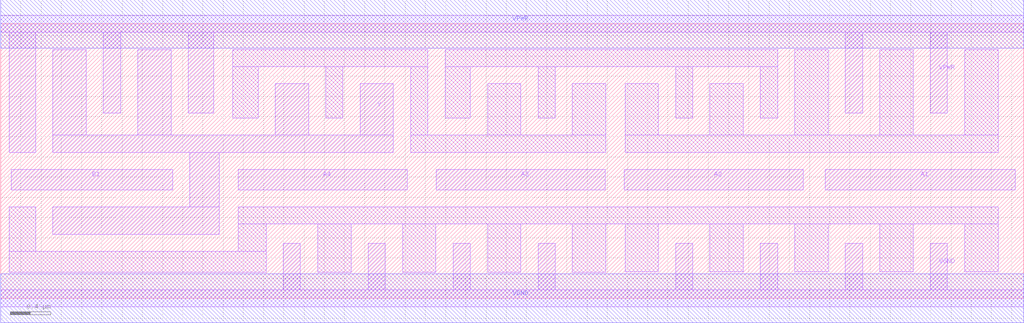
<source format=lef>
# Copyright 2020 The SkyWater PDK Authors
#
# Licensed under the Apache License, Version 2.0 (the "License");
# you may not use this file except in compliance with the License.
# You may obtain a copy of the License at
#
#     https://www.apache.org/licenses/LICENSE-2.0
#
# Unless required by applicable law or agreed to in writing, software
# distributed under the License is distributed on an "AS IS" BASIS,
# WITHOUT WARRANTIES OR CONDITIONS OF ANY KIND, either express or implied.
# See the License for the specific language governing permissions and
# limitations under the License.
#
# SPDX-License-Identifier: Apache-2.0

VERSION 5.5 ;
NAMESCASESENSITIVE ON ;
BUSBITCHARS "[]" ;
DIVIDERCHAR "/" ;
MACRO sky130_fd_sc_hd__o41ai_4
  CLASS CORE ;
  SOURCE USER ;
  ORIGIN  0.000000  0.000000 ;
  SIZE  10.12000 BY  2.720000 ;
  SYMMETRY X Y R90 ;
  SITE unithd ;
  PIN A1
    ANTENNAGATEAREA  0.990000 ;
    DIRECTION INPUT ;
    USE SIGNAL ;
    PORT
      LAYER li1 ;
        RECT 8.155000 1.075000 10.035000 1.275000 ;
    END
  END A1
  PIN A2
    ANTENNAGATEAREA  0.990000 ;
    DIRECTION INPUT ;
    USE SIGNAL ;
    PORT
      LAYER li1 ;
        RECT 6.170000 1.075000 7.940000 1.275000 ;
    END
  END A2
  PIN A3
    ANTENNAGATEAREA  0.990000 ;
    DIRECTION INPUT ;
    USE SIGNAL ;
    PORT
      LAYER li1 ;
        RECT 4.310000 1.075000 5.980000 1.275000 ;
    END
  END A3
  PIN A4
    ANTENNAGATEAREA  0.990000 ;
    DIRECTION INPUT ;
    USE SIGNAL ;
    PORT
      LAYER li1 ;
        RECT 2.350000 1.075000 4.020000 1.275000 ;
    END
  END A4
  PIN B1
    ANTENNAGATEAREA  0.990000 ;
    DIRECTION INPUT ;
    USE SIGNAL ;
    PORT
      LAYER li1 ;
        RECT 0.105000 1.075000 1.700000 1.275000 ;
    END
  END B1
  PIN Y
    ANTENNADIFFAREA  1.431000 ;
    DIRECTION OUTPUT ;
    USE SIGNAL ;
    PORT
      LAYER li1 ;
        RECT 0.515000 0.635000 2.160000 0.905000 ;
        RECT 0.515000 1.445000 3.885000 1.615000 ;
        RECT 0.515000 1.615000 0.845000 2.465000 ;
        RECT 1.355000 1.615000 1.685000 2.465000 ;
        RECT 1.870000 0.905000 2.160000 1.445000 ;
        RECT 2.715000 1.615000 3.045000 2.125000 ;
        RECT 3.555000 1.615000 3.885000 2.125000 ;
    END
  END Y
  PIN VGND
    DIRECTION INOUT ;
    SHAPE ABUTMENT ;
    USE GROUND ;
    PORT
      LAYER li1 ;
        RECT 0.000000 -0.085000 10.120000 0.085000 ;
        RECT 2.795000  0.085000  2.965000 0.545000 ;
        RECT 3.635000  0.085000  3.805000 0.545000 ;
        RECT 4.475000  0.085000  4.645000 0.545000 ;
        RECT 5.315000  0.085000  5.485000 0.545000 ;
        RECT 6.675000  0.085000  6.845000 0.545000 ;
        RECT 7.515000  0.085000  7.685000 0.545000 ;
        RECT 8.355000  0.085000  8.525000 0.545000 ;
        RECT 9.195000  0.085000  9.365000 0.545000 ;
    END
    PORT
      LAYER met1 ;
        RECT 0.000000 -0.240000 10.120000 0.240000 ;
    END
  END VGND
  PIN VPWR
    DIRECTION INOUT ;
    SHAPE ABUTMENT ;
    USE POWER ;
    PORT
      LAYER li1 ;
        RECT 0.000000 2.635000 10.120000 2.805000 ;
        RECT 0.085000 1.445000  0.345000 2.635000 ;
        RECT 1.015000 1.835000  1.185000 2.635000 ;
        RECT 1.855000 1.835000  2.105000 2.635000 ;
        RECT 8.355000 1.835000  8.525000 2.635000 ;
        RECT 9.195000 1.835000  9.365000 2.635000 ;
    END
    PORT
      LAYER met1 ;
        RECT 0.000000 2.480000 10.120000 2.960000 ;
    END
  END VPWR
  OBS
    LAYER li1 ;
      RECT 0.085000 0.255000 2.625000 0.465000 ;
      RECT 0.085000 0.465000 0.345000 0.905000 ;
      RECT 2.295000 1.785000 2.545000 2.295000 ;
      RECT 2.295000 2.295000 4.225000 2.465000 ;
      RECT 2.350000 0.465000 2.625000 0.735000 ;
      RECT 2.350000 0.735000 9.865000 0.905000 ;
      RECT 3.135000 0.255000 3.465000 0.735000 ;
      RECT 3.215000 1.785000 3.385000 2.295000 ;
      RECT 3.975000 0.255000 4.305000 0.735000 ;
      RECT 4.055000 1.445000 5.985000 1.615000 ;
      RECT 4.055000 1.615000 4.225000 2.295000 ;
      RECT 4.395000 1.785000 4.645000 2.295000 ;
      RECT 4.395000 2.295000 7.685000 2.465000 ;
      RECT 4.815000 0.255000 5.145000 0.735000 ;
      RECT 4.815000 1.615000 5.145000 2.125000 ;
      RECT 5.315000 1.785000 5.485000 2.295000 ;
      RECT 5.655000 0.255000 5.985000 0.735000 ;
      RECT 5.655000 1.615000 5.985000 2.125000 ;
      RECT 6.175000 0.260000 6.505000 0.735000 ;
      RECT 6.175000 1.445000 9.865000 1.615000 ;
      RECT 6.175000 1.615000 6.505000 2.125000 ;
      RECT 6.675000 1.785000 6.845000 2.295000 ;
      RECT 7.015000 0.260000 7.345000 0.735000 ;
      RECT 7.015000 1.615000 7.345000 2.125000 ;
      RECT 7.515000 1.785000 7.685000 2.295000 ;
      RECT 7.855000 0.260000 8.185000 0.735000 ;
      RECT 7.855000 1.615000 8.185000 2.465000 ;
      RECT 8.695000 0.260000 9.025000 0.735000 ;
      RECT 8.695000 1.615000 9.025000 2.465000 ;
      RECT 9.535000 0.260000 9.865000 0.735000 ;
      RECT 9.535000 1.615000 9.865000 2.465000 ;
  END
END sky130_fd_sc_hd__o41ai_4

</source>
